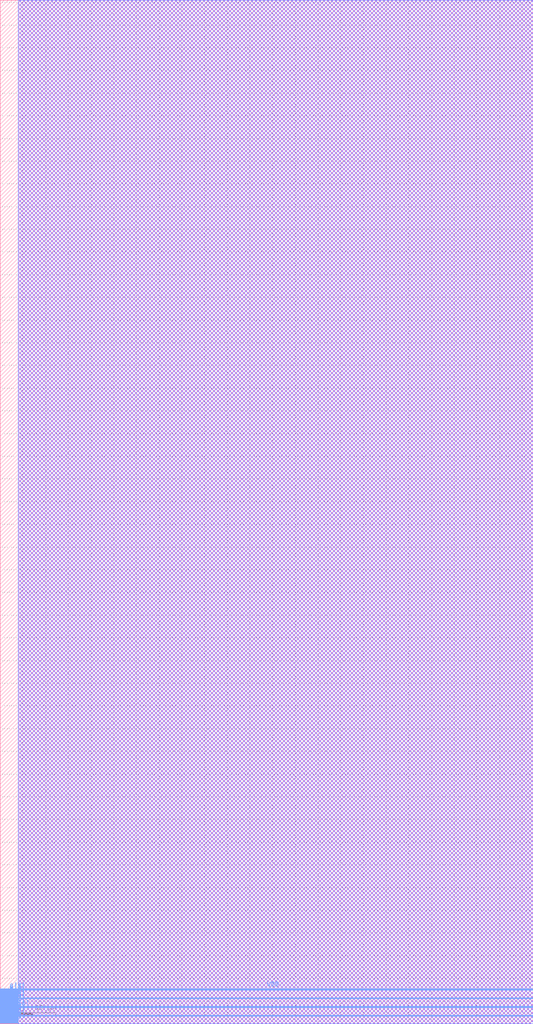
<source format=lef>
VERSION 5.6 ;
BUSBITCHARS "[]" ;
DIVIDERCHAR "/" ;

MACRO SRAM1RW4096x8
  CLASS BLOCK ;
  ORIGIN 0 0 ;
  FOREIGN SRAM1RW4096x8 0 0 ;
  SIZE 117.408 BY 225.472 ;
  SYMMETRY X Y ;
  SITE asap7sc7p5t ;
  PIN VDD
    DIRECTION INOUT ;
    USE POWER ;
    PORT 
      LAYER M4 ;
        RECT 0.0 1.632 117.408 1.728 ;
        RECT 0.0 3.552 117.408 3.648 ;
        RECT 0.0 5.472 117.408 5.568 ;
        RECT 0.0 7.392 117.408 7.488 ;
    END 
  END VDD
  PIN VSS
    DIRECTION INOUT ;
    USE GROUND ;
    PORT 
      LAYER M4 ;
        RECT 0.0 1.824 117.408 1.92 ;
        RECT 0.0 3.744 117.408 3.84 ;
        RECT 0.0 5.664 117.408 5.76 ;
        RECT 0.0 7.584 117.408 7.68 ;
    END 
  END VSS
  PIN CE
    DIRECTION INPUT ;
    USE SIGNAL ;
    PORT 
      LAYER M4 ;
        RECT 0.0 0.096 4.0 0.192 ;
    END 
  END CE
  PIN WEB
    DIRECTION INPUT ;
    USE SIGNAL ;
    PORT 
      LAYER M4 ;
        RECT 0.0 0.288 4.0 0.384 ;
    END 
  END WEB
  PIN OEB
    DIRECTION INPUT ;
    USE SIGNAL ;
    PORT 
      LAYER M4 ;
        RECT 0.0 0.48 4.0 0.576 ;
    END 
  END OEB
  PIN CSB
    DIRECTION INPUT ;
    USE SIGNAL ;
    PORT 
      LAYER M4 ;
        RECT 0.0 0.672 4.0 0.768 ;
    END 
  END CSB
  PIN A[0]
    DIRECTION INPUT ;
    USE SIGNAL ;
    PORT 
      LAYER M4 ;
        RECT 0.0 0.864 4.0 0.96 ;
    END 
  END A[0]
  PIN A[1]
    DIRECTION INPUT ;
    USE SIGNAL ;
    PORT 
      LAYER M4 ;
        RECT 0.0 1.056 4.0 1.152 ;
    END 
  END A[1]
  PIN A[2]
    DIRECTION INPUT ;
    USE SIGNAL ;
    PORT 
      LAYER M4 ;
        RECT 0.0 1.248 4.0 1.344 ;
    END 
  END A[2]
  PIN A[3]
    DIRECTION INPUT ;
    USE SIGNAL ;
    PORT 
      LAYER M4 ;
        RECT 0.0 1.44 4.0 1.536 ;
    END 
  END A[3]
  PIN A[4]
    DIRECTION INPUT ;
    USE SIGNAL ;
    PORT 
      LAYER M4 ;
        RECT 0.0 2.016 4.0 2.112 ;
    END 
  END A[4]
  PIN A[5]
    DIRECTION INPUT ;
    USE SIGNAL ;
    PORT 
      LAYER M4 ;
        RECT 0.0 2.208 4.0 2.304 ;
    END 
  END A[5]
  PIN A[6]
    DIRECTION INPUT ;
    USE SIGNAL ;
    PORT 
      LAYER M4 ;
        RECT 0.0 2.4 4.0 2.496 ;
    END 
  END A[6]
  PIN A[7]
    DIRECTION INPUT ;
    USE SIGNAL ;
    PORT 
      LAYER M4 ;
        RECT 0.0 2.592 4.0 2.688 ;
    END 
  END A[7]
  PIN A[8]
    DIRECTION INPUT ;
    USE SIGNAL ;
    PORT 
      LAYER M4 ;
        RECT 0.0 2.784 4.0 2.88 ;
    END 
  END A[8]
  PIN A[9]
    DIRECTION INPUT ;
    USE SIGNAL ;
    PORT 
      LAYER M4 ;
        RECT 0.0 2.976 4.0 3.072 ;
    END 
  END A[9]
  PIN A[10]
    DIRECTION INPUT ;
    USE SIGNAL ;
    PORT 
      LAYER M4 ;
        RECT 0.0 3.168 4.0 3.264 ;
    END 
  END A[10]
  PIN A[11]
    DIRECTION INPUT ;
    USE SIGNAL ;
    PORT 
      LAYER M4 ;
        RECT 0.0 3.36 4.0 3.456 ;
    END 
  END A[11]
  PIN I[0]
    DIRECTION INPUT ;
    USE SIGNAL ;
    PORT 
      LAYER M4 ;
        RECT 0.0 3.936 4.0 4.032 ;
    END 
  END I[0]
  PIN I[1]
    DIRECTION INPUT ;
    USE SIGNAL ;
    PORT 
      LAYER M4 ;
        RECT 0.0 4.128 4.0 4.224 ;
    END 
  END I[1]
  PIN I[2]
    DIRECTION INPUT ;
    USE SIGNAL ;
    PORT 
      LAYER M4 ;
        RECT 0.0 4.32 4.0 4.416 ;
    END 
  END I[2]
  PIN I[3]
    DIRECTION INPUT ;
    USE SIGNAL ;
    PORT 
      LAYER M4 ;
        RECT 0.0 4.512 4.0 4.608 ;
    END 
  END I[3]
  PIN I[4]
    DIRECTION INPUT ;
    USE SIGNAL ;
    PORT 
      LAYER M4 ;
        RECT 0.0 4.704 4.0 4.8 ;
    END 
  END I[4]
  PIN I[5]
    DIRECTION INPUT ;
    USE SIGNAL ;
    PORT 
      LAYER M4 ;
        RECT 0.0 4.896 4.0 4.992 ;
    END 
  END I[5]
  PIN I[6]
    DIRECTION INPUT ;
    USE SIGNAL ;
    PORT 
      LAYER M4 ;
        RECT 0.0 5.088 4.0 5.184 ;
    END 
  END I[6]
  PIN I[7]
    DIRECTION INPUT ;
    USE SIGNAL ;
    PORT 
      LAYER M4 ;
        RECT 0.0 5.28 4.0 5.376 ;
    END 
  END I[7]
  PIN O[0]
    DIRECTION OUTPUT ;
    USE SIGNAL ;
    PORT 
      LAYER M4 ;
        RECT 0.0 5.856 4.0 5.952 ;
    END 
  END O[0]
  PIN O[1]
    DIRECTION OUTPUT ;
    USE SIGNAL ;
    PORT 
      LAYER M4 ;
        RECT 0.0 6.048 4.0 6.144 ;
    END 
  END O[1]
  PIN O[2]
    DIRECTION OUTPUT ;
    USE SIGNAL ;
    PORT 
      LAYER M4 ;
        RECT 0.0 6.24 4.0 6.336 ;
    END 
  END O[2]
  PIN O[3]
    DIRECTION OUTPUT ;
    USE SIGNAL ;
    PORT 
      LAYER M4 ;
        RECT 0.0 6.432 4.0 6.528 ;
    END 
  END O[3]
  PIN O[4]
    DIRECTION OUTPUT ;
    USE SIGNAL ;
    PORT 
      LAYER M4 ;
        RECT 0.0 6.624 4.0 6.72 ;
    END 
  END O[4]
  PIN O[5]
    DIRECTION OUTPUT ;
    USE SIGNAL ;
    PORT 
      LAYER M4 ;
        RECT 0.0 6.816 4.0 6.912 ;
    END 
  END O[5]
  PIN O[6]
    DIRECTION OUTPUT ;
    USE SIGNAL ;
    PORT 
      LAYER M4 ;
        RECT 0.0 7.008 4.0 7.104 ;
    END 
  END O[6]
  PIN O[7]
    DIRECTION OUTPUT ;
    USE SIGNAL ;
    PORT 
      LAYER M4 ;
        RECT 0.0 7.2 4.0 7.296 ;
    END 
  END O[7]
  OBS 
    LAYER M1 ;
      RECT 4.0 0.0 117.408 225.472 ;
    LAYER M2 ;
      RECT 4.0 0.0 117.408 225.472 ;
    LAYER M3 ;
      RECT 4.0 0.0 117.408 225.472 ;
  END 
END SRAM1RW4096x8

END LIBRARY
</source>
